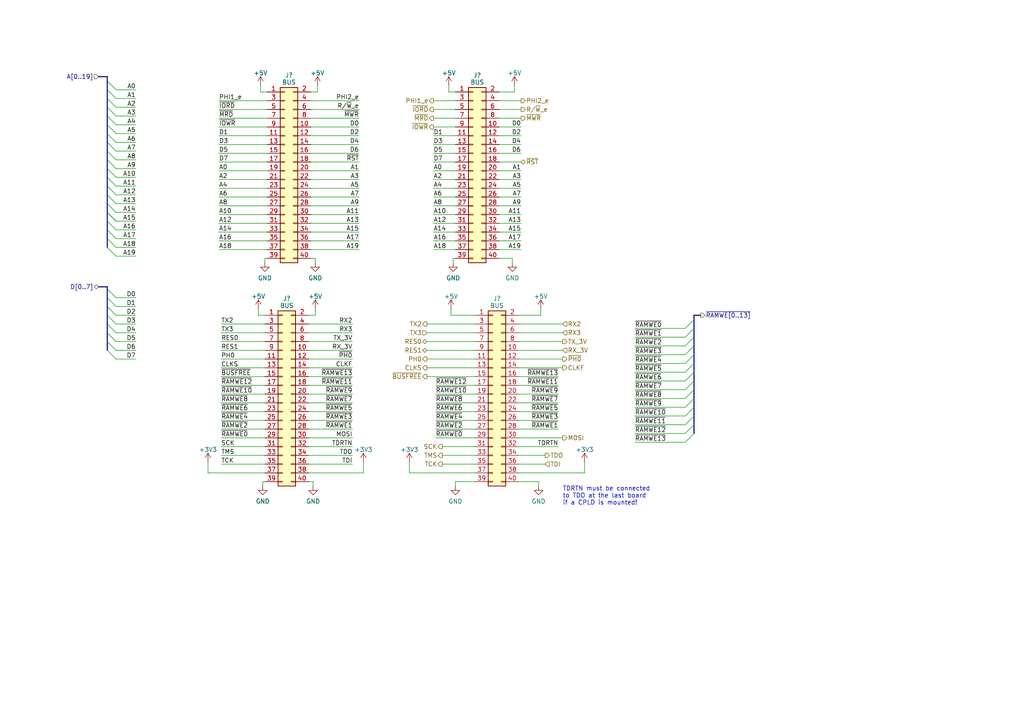
<source format=kicad_sch>
(kicad_sch (version 20230121) (generator eeschema)
  (paper "A4")
  (title_block (title "Unicomp v2 - RAMROM Board") (date "2023-07-06") (rev "v1") (company "100% Offner") (comment 1 "v1: Initial"))
  (lib_symbols
    (symbol "Connector_Generic:Conn_02x20_Odd_Even" (pin_names (offset 1.016) hide)
      (property "Reference" "J" (at 1.27 25.4 0))
      (property "Value" "Conn_02x20_Odd_Even" (at 1.27 -27.94 0))
      (symbol "Conn_02x20_Odd_Even_1_1"
        (rectangle (start -1.27 -25.273) (end 0 -25.527) (stroke (width 0.1524)))
        (rectangle (start -1.27 -22.733) (end 0 -22.987) (stroke (width 0.1524)))
        (rectangle (start -1.27 -20.193) (end 0 -20.447) (stroke (width 0.1524)))
        (rectangle (start -1.27 -17.653) (end 0 -17.907) (stroke (width 0.1524)))
        (rectangle (start -1.27 -15.113) (end 0 -15.367) (stroke (width 0.1524)))
        (rectangle (start -1.27 -12.573) (end 0 -12.827) (stroke (width 0.1524)))
        (rectangle (start -1.27 -10.033) (end 0 -10.287) (stroke (width 0.1524)))
        (rectangle (start -1.27 -7.493) (end 0 -7.747) (stroke (width 0.1524)))
        (rectangle (start -1.27 -4.953) (end 0 -5.207) (stroke (width 0.1524)))
        (rectangle (start -1.27 -2.413) (end 0 -2.667) (stroke (width 0.1524)))
        (rectangle (start -1.27 0.127) (end 0 -0.127) (stroke (width 0.1524)))
        (rectangle (start -1.27 2.667) (end 0 2.413) (stroke (width 0.1524)))
        (rectangle (start -1.27 5.207) (end 0 4.953) (stroke (width 0.1524)))
        (rectangle (start -1.27 7.747) (end 0 7.493) (stroke (width 0.1524)))
        (rectangle (start -1.27 10.287) (end 0 10.033) (stroke (width 0.1524)))
        (rectangle (start -1.27 12.827) (end 0 12.573) (stroke (width 0.1524)))
        (rectangle (start -1.27 15.367) (end 0 15.113) (stroke (width 0.1524)))
        (rectangle (start -1.27 17.907) (end 0 17.653) (stroke (width 0.1524)))
        (rectangle (start -1.27 20.447) (end 0 20.193) (stroke (width 0.1524)))
        (rectangle (start -1.27 22.987) (end 0 22.733) (stroke (width 0.1524)))
        (rectangle (start -1.27 24.13) (end 3.81 -26.67) (stroke (width 0.254)) (fill (type background)))
        (rectangle (start 3.81 -25.273) (end 2.54 -25.527) (stroke (width 0.1524)))
        (rectangle (start 3.81 -22.733) (end 2.54 -22.987) (stroke (width 0.1524)))
        (rectangle (start 3.81 -20.193) (end 2.54 -20.447) (stroke (width 0.1524)))
        (rectangle (start 3.81 -17.653) (end 2.54 -17.907) (stroke (width 0.1524)))
        (rectangle (start 3.81 -15.113) (end 2.54 -15.367) (stroke (width 0.1524)))
        (rectangle (start 3.81 -12.573) (end 2.54 -12.827) (stroke (width 0.1524)))
        (rectangle (start 3.81 -10.033) (end 2.54 -10.287) (stroke (width 0.1524)))
        (rectangle (start 3.81 -7.493) (end 2.54 -7.747) (stroke (width 0.1524)))
        (rectangle (start 3.81 -4.953) (end 2.54 -5.207) (stroke (width 0.1524)))
        (rectangle (start 3.81 -2.413) (end 2.54 -2.667) (stroke (width 0.1524)))
        (rectangle (start 3.81 0.127) (end 2.54 -0.127) (stroke (width 0.1524)))
        (rectangle (start 3.81 2.667) (end 2.54 2.413) (stroke (width 0.1524)))
        (rectangle (start 3.81 5.207) (end 2.54 4.953) (stroke (width 0.1524)))
        (rectangle (start 3.81 7.747) (end 2.54 7.493) (stroke (width 0.1524)))
        (rectangle (start 3.81 10.287) (end 2.54 10.033) (stroke (width 0.1524)))
        (rectangle (start 3.81 12.827) (end 2.54 12.573) (stroke (width 0.1524)))
        (rectangle (start 3.81 15.367) (end 2.54 15.113) (stroke (width 0.1524)))
        (rectangle (start 3.81 17.907) (end 2.54 17.653) (stroke (width 0.1524)))
        (rectangle (start 3.81 20.447) (end 2.54 20.193) (stroke (width 0.1524)))
        (rectangle (start 3.81 22.987) (end 2.54 22.733) (stroke (width 0.1524)))
        (pin passive line (at -5.08 22.86 0) (length 3.81) (name "Pin_1") (number "1"))
        (pin passive line (at 7.62 12.7 180) (length 3.81) (name "Pin_10") (number "10"))
        (pin passive line (at -5.08 10.16 0) (length 3.81) (name "Pin_11") (number "11"))
        (pin passive line (at 7.62 10.16 180) (length 3.81) (name "Pin_12") (number "12"))
        (pin passive line (at -5.08 7.62 0) (length 3.81) (name "Pin_13") (number "13"))
        (pin passive line (at 7.62 7.62 180) (length 3.81) (name "Pin_14") (number "14"))
        (pin passive line (at -5.08 5.08 0) (length 3.81) (name "Pin_15") (number "15"))
        (pin passive line (at 7.62 5.08 180) (length 3.81) (name "Pin_16") (number "16"))
        (pin passive line (at -5.08 2.54 0) (length 3.81) (name "Pin_17") (number "17"))
        (pin passive line (at 7.62 2.54 180) (length 3.81) (name "Pin_18") (number "18"))
        (pin passive line (at -5.08 0 0) (length 3.81) (name "Pin_19") (number "19"))
        (pin passive line (at 7.62 22.86 180) (length 3.81) (name "Pin_2") (number "2"))
        (pin passive line (at 7.62 0 180) (length 3.81) (name "Pin_20") (number "20"))
        (pin passive line (at -5.08 -2.54 0) (length 3.81) (name "Pin_21") (number "21"))
        (pin passive line (at 7.62 -2.54 180) (length 3.81) (name "Pin_22") (number "22"))
        (pin passive line (at -5.08 -5.08 0) (length 3.81) (name "Pin_23") (number "23"))
        (pin passive line (at 7.62 -5.08 180) (length 3.81) (name "Pin_24") (number "24"))
        (pin passive line (at -5.08 -7.62 0) (length 3.81) (name "Pin_25") (number "25"))
        (pin passive line (at 7.62 -7.62 180) (length 3.81) (name "Pin_26") (number "26"))
        (pin passive line (at -5.08 -10.16 0) (length 3.81) (name "Pin_27") (number "27"))
        (pin passive line (at 7.62 -10.16 180) (length 3.81) (name "Pin_28") (number "28"))
        (pin passive line (at -5.08 -12.7 0) (length 3.81) (name "Pin_29") (number "29"))
        (pin passive line (at -5.08 20.32 0) (length 3.81) (name "Pin_3") (number "3"))
        (pin passive line (at 7.62 -12.7 180) (length 3.81) (name "Pin_30") (number "30"))
        (pin passive line (at -5.08 -15.24 0) (length 3.81) (name "Pin_31") (number "31"))
        (pin passive line (at 7.62 -15.24 180) (length 3.81) (name "Pin_32") (number "32"))
        (pin passive line (at -5.08 -17.78 0) (length 3.81) (name "Pin_33") (number "33"))
        (pin passive line (at 7.62 -17.78 180) (length 3.81) (name "Pin_34") (number "34"))
        (pin passive line (at -5.08 -20.32 0) (length 3.81) (name "Pin_35") (number "35"))
        (pin passive line (at 7.62 -20.32 180) (length 3.81) (name "Pin_36") (number "36"))
        (pin passive line (at -5.08 -22.86 0) (length 3.81) (name "Pin_37") (number "37"))
        (pin passive line (at 7.62 -22.86 180) (length 3.81) (name "Pin_38") (number "38"))
        (pin passive line (at -5.08 -25.4 0) (length 3.81) (name "Pin_39") (number "39"))
        (pin passive line (at 7.62 20.32 180) (length 3.81) (name "Pin_4") (number "4"))
        (pin passive line (at 7.62 -25.4 180) (length 3.81) (name "Pin_40") (number "40"))
        (pin passive line (at -5.08 17.78 0) (length 3.81) (name "Pin_5") (number "5"))
        (pin passive line (at 7.62 17.78 180) (length 3.81) (name "Pin_6") (number "6"))
        (pin passive line (at -5.08 15.24 0) (length 3.81) (name "Pin_7") (number "7"))
        (pin passive line (at 7.62 15.24 180) (length 3.81) (name "Pin_8") (number "8"))
        (pin passive line (at -5.08 12.7 0) (length 3.81) (name "Pin_9") (number "9"))
      )
    )
    (symbol "power:+3V3" (power) (pin_names (offset 0))
      (property "Value" "+3V3" (at 0 3.556 0))
      (symbol "+3V3_0_1"
        (polyline (pts (xy -0.762 1.27) (xy 0 2.54)))
        (polyline (pts (xy 0 0) (xy 0 2.54)))
        (polyline (pts (xy 0 2.54) (xy 0.762 1.27)))
      )
      (symbol "+3V3_1_1"
        (pin power_in line (at 0 0 90) (length 0) hide (name "+3V3") (number "1"))
      )
    )
    (symbol "power:+5V" (power) (pin_names (offset 0))
      (property "Value" "+5V" (at 0 3.556 0))
      (symbol "+5V_0_1"
        (polyline (pts (xy -0.762 1.27) (xy 0 2.54)))
        (polyline (pts (xy 0 0) (xy 0 2.54)))
        (polyline (pts (xy 0 2.54) (xy 0.762 1.27)))
      )
      (symbol "+5V_1_1"
        (pin power_in line (at 0 0 90) (length 0) hide (name "+5V") (number "1"))
      )
    )
    (symbol "power:GND" (power) (pin_names (offset 0))
      (property "Value" "GND" (at 0 -3.81 0))
      (symbol "GND_0_1"
        (polyline (pts (xy 0 0) (xy 0 -1.27) (xy 1.27 -1.27) (xy 0 -2.54) (xy -1.27 -1.27) (xy 0 -1.27)))
      )
      (symbol "GND_1_1"
        (pin power_in line (at 0 0 270) (length 0) hide (name "GND") (number "1"))
      )
    )
  )
  (bus_entry (at 201.295 105.41) (size -2.54 2.54))
  (bus_entry (at 201.295 102.87) (size -2.54 2.54))
  (bus_entry (at 31.115 56.515) (size 2.54 2.54))
  (bus_entry (at 31.115 48.895) (size 2.54 2.54))
  (bus_entry (at 31.115 33.655) (size 2.54 2.54))
  (bus_entry (at 31.115 61.595) (size 2.54 2.54))
  (bus_entry (at 31.115 71.755) (size 2.54 2.54))
  (bus_entry (at 201.295 110.49) (size -2.54 2.54))
  (bus_entry (at 31.115 91.44) (size 2.54 2.54))
  (bus_entry (at 31.115 83.82) (size 2.54 2.54))
  (bus_entry (at 31.115 99.06) (size 2.54 2.54))
  (bus_entry (at 201.295 125.73) (size -2.54 2.54))
  (bus_entry (at 201.295 113.03) (size -2.54 2.54))
  (bus_entry (at 31.115 36.195) (size 2.54 2.54))
  (bus_entry (at 31.115 23.495) (size 2.54 2.54))
  (bus_entry (at 201.295 120.65) (size -2.54 2.54))
  (bus_entry (at 31.115 66.675) (size 2.54 2.54))
  (bus_entry (at 31.115 53.975) (size 2.54 2.54))
  (bus_entry (at 31.115 43.815) (size 2.54 2.54))
  (bus_entry (at 201.295 107.95) (size -2.54 2.54))
  (bus_entry (at 31.115 86.36) (size 2.54 2.54))
  (bus_entry (at 31.115 41.275) (size 2.54 2.54))
  (bus_entry (at 31.115 46.355) (size 2.54 2.54))
  (bus_entry (at 31.115 38.735) (size 2.54 2.54))
  (bus_entry (at 201.295 118.11) (size -2.54 2.54))
  (bus_entry (at 31.115 31.115) (size 2.54 2.54))
  (bus_entry (at 31.115 28.575) (size 2.54 2.54))
  (bus_entry (at 201.295 123.19) (size -2.54 2.54))
  (bus_entry (at 201.295 100.33) (size -2.54 2.54))
  (bus_entry (at 31.115 96.52) (size 2.54 2.54))
  (bus_entry (at 201.295 115.57) (size -2.54 2.54))
  (bus_entry (at 31.115 26.035) (size 2.54 2.54))
  (bus_entry (at 31.115 88.9) (size 2.54 2.54))
  (bus_entry (at 31.115 51.435) (size 2.54 2.54))
  (bus_entry (at 201.295 97.79) (size -2.54 2.54))
  (bus_entry (at 201.295 95.25) (size -2.54 2.54))
  (bus_entry (at 31.115 61.595) (size 2.54 2.54))
  (bus_entry (at 31.115 69.215) (size 2.54 2.54))
  (bus_entry (at 31.115 59.055) (size 2.54 2.54))
  (bus_entry (at 201.295 92.71) (size -2.54 2.54))
  (bus_entry (at 31.115 93.98) (size 2.54 2.54))
  (bus_entry (at 31.115 64.135) (size 2.54 2.54))
  (bus_entry (at 31.115 101.6) (size 2.54 2.54))
  (wire (pts (xy 39.37 91.44) (xy 33.655 91.44)))
  (wire (pts (xy 125.73 41.91) (xy 132.08 41.91)))
  (bus (pts (xy 31.115 91.44) (xy 31.115 88.9)))
  (bus (pts (xy 31.115 31.115) (xy 31.115 28.575)))
  (wire (pts (xy 91.44 74.93) (xy 90.17 74.93)))
  (wire (pts (xy 184.15 105.41) (xy 198.755 105.41)))
  (bus (pts (xy 201.295 102.87) (xy 201.295 105.41)))
  (wire (pts (xy 150.495 116.84) (xy 161.925 116.84)))
  (wire (pts (xy 125.73 44.45) (xy 132.08 44.45)))
  (wire (pts (xy 63.5 29.21) (xy 77.47 29.21)))
  (wire (pts (xy 144.78 57.15) (xy 151.13 57.15)))
  (wire (pts (xy 91.44 89.535) (xy 91.44 91.44)))
  (wire (pts (xy 156.21 139.7) (xy 150.495 139.7)))
  (wire (pts (xy 39.37 104.14) (xy 33.655 104.14)))
  (wire (pts (xy 89.535 99.06) (xy 102.235 99.06)))
  (wire (pts (xy 169.545 133.985) (xy 169.545 137.16)))
  (wire (pts (xy 125.73 39.37) (xy 132.08 39.37)))
  (wire (pts (xy 63.5 64.77) (xy 77.47 64.77)))
  (wire (pts (xy 130.81 89.535) (xy 130.81 91.44)))
  (wire (pts (xy 64.135 134.62) (xy 76.835 134.62)))
  (wire (pts (xy 144.78 64.77) (xy 151.13 64.77)))
  (wire (pts (xy 144.78 69.85) (xy 151.13 69.85)))
  (wire (pts (xy 64.135 121.92) (xy 76.835 121.92)))
  (wire (pts (xy 150.495 129.54) (xy 161.925 129.54)))
  (wire (pts (xy 131.445 74.93) (xy 132.08 74.93)))
  (wire (pts (xy 126.365 111.76) (xy 137.795 111.76)))
  (wire (pts (xy 90.17 64.77) (xy 104.14 64.77)))
  (wire (pts (xy 149.225 26.67) (xy 144.78 26.67)))
  (wire (pts (xy 39.37 69.215) (xy 33.655 69.215)))
  (wire (pts (xy 91.44 76.2) (xy 91.44 74.93)))
  (wire (pts (xy 150.495 99.06) (xy 163.195 99.06)))
  (wire (pts (xy 90.17 59.69) (xy 104.14 59.69)))
  (wire (pts (xy 126.365 127) (xy 137.795 127)))
  (wire (pts (xy 184.15 97.79) (xy 198.755 97.79)))
  (wire (pts (xy 130.81 91.44) (xy 137.795 91.44)))
  (bus (pts (xy 201.295 91.44) (xy 201.295 92.71)))
  (wire (pts (xy 63.5 36.83) (xy 77.47 36.83)))
  (wire (pts (xy 63.5 39.37) (xy 77.47 39.37)))
  (wire (pts (xy 184.15 102.87) (xy 198.755 102.87)))
  (wire (pts (xy 89.535 116.84) (xy 102.235 116.84)))
  (wire (pts (xy 156.845 89.535) (xy 156.845 91.44)))
  (wire (pts (xy 125.73 69.85) (xy 132.08 69.85)))
  (wire (pts (xy 60.325 137.16) (xy 76.835 137.16)))
  (bus (pts (xy 201.295 95.25) (xy 201.295 97.79)))
  (wire (pts (xy 148.59 76.2) (xy 148.59 74.93)))
  (wire (pts (xy 150.495 127) (xy 163.195 127)))
  (bus (pts (xy 31.115 99.06) (xy 31.115 96.52)))
  (bus (pts (xy 31.115 88.9) (xy 31.115 86.36)))
  (wire (pts (xy 125.73 46.99) (xy 132.08 46.99)))
  (wire (pts (xy 75.565 24.765) (xy 75.565 26.67)))
  (wire (pts (xy 125.73 31.75) (xy 132.08 31.75)))
  (wire (pts (xy 39.37 36.195) (xy 33.655 36.195)))
  (wire (pts (xy 39.37 56.515) (xy 33.655 56.515)))
  (wire (pts (xy 74.93 91.44) (xy 76.835 91.44)))
  (bus (pts (xy 31.115 64.135) (xy 31.115 61.595)))
  (wire (pts (xy 39.37 61.595) (xy 33.655 61.595)))
  (wire (pts (xy 64.135 99.06) (xy 76.835 99.06)))
  (wire (pts (xy 149.225 24.765) (xy 149.225 26.67)))
  (wire (pts (xy 125.73 57.15) (xy 132.08 57.15)))
  (wire (pts (xy 39.37 51.435) (xy 33.655 51.435)))
  (wire (pts (xy 90.17 36.83) (xy 104.14 36.83)))
  (bus (pts (xy 201.295 123.19) (xy 201.295 125.73)))
  (wire (pts (xy 76.835 74.93) (xy 77.47 74.93)))
  (wire (pts (xy 39.37 48.895) (xy 33.655 48.895)))
  (bus (pts (xy 31.115 43.815) (xy 31.115 41.275)))
  (wire (pts (xy 92.075 24.765) (xy 92.075 26.67)))
  (wire (pts (xy 90.17 31.75) (xy 104.14 31.75)))
  (wire (pts (xy 64.135 124.46) (xy 76.835 124.46)))
  (bus (pts (xy 31.115 86.36) (xy 31.115 83.82)))
  (wire (pts (xy 64.135 106.68) (xy 76.835 106.68)))
  (wire (pts (xy 39.37 88.9) (xy 33.655 88.9)))
  (wire (pts (xy 64.135 101.6) (xy 76.835 101.6)))
  (wire (pts (xy 64.135 114.3) (xy 76.835 114.3)))
  (bus (pts (xy 31.115 69.215) (xy 31.115 66.675)))
  (wire (pts (xy 39.37 46.355) (xy 33.655 46.355)))
  (wire (pts (xy 125.73 59.69) (xy 132.08 59.69)))
  (wire (pts (xy 39.37 96.52) (xy 33.655 96.52)))
  (wire (pts (xy 64.135 129.54) (xy 76.835 129.54)))
  (wire (pts (xy 39.37 38.735) (xy 33.655 38.735)))
  (wire (pts (xy 125.73 36.83) (xy 132.08 36.83)))
  (wire (pts (xy 125.73 52.07) (xy 132.08 52.07)))
  (wire (pts (xy 39.37 33.655) (xy 33.655 33.655)))
  (wire (pts (xy 63.5 31.75) (xy 77.47 31.75)))
  (wire (pts (xy 126.365 116.84) (xy 137.795 116.84)))
  (wire (pts (xy 150.495 124.46) (xy 161.925 124.46)))
  (wire (pts (xy 184.15 123.19) (xy 198.755 123.19)))
  (wire (pts (xy 130.175 26.67) (xy 132.08 26.67)))
  (wire (pts (xy 150.495 101.6) (xy 163.195 101.6)))
  (bus (pts (xy 201.295 107.95) (xy 201.295 110.49)))
  (wire (pts (xy 184.15 107.95) (xy 198.755 107.95)))
  (bus (pts (xy 31.115 38.735) (xy 31.115 36.195)))
  (wire (pts (xy 63.5 52.07) (xy 77.47 52.07)))
  (wire (pts (xy 89.535 134.62) (xy 102.235 134.62)))
  (bus (pts (xy 31.115 93.98) (xy 31.115 91.44)))
  (wire (pts (xy 39.37 43.815) (xy 33.655 43.815)))
  (wire (pts (xy 156.845 91.44) (xy 150.495 91.44)))
  (wire (pts (xy 126.365 114.3) (xy 137.795 114.3)))
  (wire (pts (xy 123.825 106.68) (xy 137.795 106.68)))
  (wire (pts (xy 76.835 76.2) (xy 76.835 74.93)))
  (wire (pts (xy 63.5 72.39) (xy 77.47 72.39)))
  (wire (pts (xy 150.495 109.22) (xy 161.925 109.22)))
  (wire (pts (xy 90.17 69.85) (xy 104.14 69.85)))
  (wire (pts (xy 184.15 100.33) (xy 198.755 100.33)))
  (wire (pts (xy 63.5 62.23) (xy 77.47 62.23)))
  (wire (pts (xy 126.365 119.38) (xy 137.795 119.38)))
  (wire (pts (xy 63.5 59.69) (xy 77.47 59.69)))
  (wire (pts (xy 128.27 132.08) (xy 137.795 132.08)))
  (wire (pts (xy 90.17 57.15) (xy 104.14 57.15)))
  (wire (pts (xy 91.44 91.44) (xy 89.535 91.44)))
  (wire (pts (xy 125.73 62.23) (xy 132.08 62.23)))
  (bus (pts (xy 31.115 51.435) (xy 31.115 48.895)))
  (bus (pts (xy 31.115 53.975) (xy 31.115 51.435)))
  (wire (pts (xy 39.37 64.135) (xy 33.655 64.135)))
  (bus (pts (xy 203.2 91.44) (xy 201.295 91.44)))
  (wire (pts (xy 184.15 95.25) (xy 198.755 95.25)))
  (wire (pts (xy 144.78 62.23) (xy 151.13 62.23)))
  (wire (pts (xy 125.73 34.29) (xy 132.08 34.29)))
  (bus (pts (xy 31.115 71.755) (xy 31.115 69.215)))
  (wire (pts (xy 144.78 67.31) (xy 151.13 67.31)))
  (wire (pts (xy 150.495 132.08) (xy 158.115 132.08)))
  (wire (pts (xy 118.745 137.16) (xy 137.795 137.16)))
  (wire (pts (xy 150.495 96.52) (xy 163.195 96.52)))
  (wire (pts (xy 63.5 54.61) (xy 77.47 54.61)))
  (bus (pts (xy 31.115 48.895) (xy 31.115 46.355)))
  (wire (pts (xy 76.2 140.97) (xy 76.2 139.7)))
  (wire (pts (xy 156.21 140.97) (xy 156.21 139.7)))
  (wire (pts (xy 39.37 99.06) (xy 33.655 99.06)))
  (wire (pts (xy 90.805 140.97) (xy 90.805 139.7)))
  (bus (pts (xy 31.115 28.575) (xy 31.115 26.035)))
  (wire (pts (xy 125.73 67.31) (xy 132.08 67.31)))
  (wire (pts (xy 144.78 49.53) (xy 151.13 49.53)))
  (wire (pts (xy 39.37 86.36) (xy 33.655 86.36)))
  (bus (pts (xy 31.115 83.185) (xy 28.575 83.185)))
  (wire (pts (xy 126.365 121.92) (xy 137.795 121.92)))
  (wire (pts (xy 63.5 34.29) (xy 77.47 34.29)))
  (wire (pts (xy 144.78 34.29) (xy 151.13 34.29)))
  (wire (pts (xy 128.27 134.62) (xy 137.795 134.62)))
  (wire (pts (xy 184.15 118.11) (xy 198.755 118.11)))
  (wire (pts (xy 63.5 46.99) (xy 77.47 46.99)))
  (wire (pts (xy 89.535 106.68) (xy 102.235 106.68)))
  (wire (pts (xy 144.78 29.21) (xy 151.13 29.21)))
  (wire (pts (xy 75.565 26.67) (xy 77.47 26.67)))
  (wire (pts (xy 89.535 114.3) (xy 102.235 114.3)))
  (wire (pts (xy 184.15 125.73) (xy 198.755 125.73)))
  (wire (pts (xy 131.445 76.2) (xy 131.445 74.93)))
  (wire (pts (xy 125.73 72.39) (xy 132.08 72.39)))
  (wire (pts (xy 74.93 89.535) (xy 74.93 91.44)))
  (wire (pts (xy 64.135 109.22) (xy 76.835 109.22)))
  (wire (pts (xy 39.37 74.295) (xy 33.655 74.295)))
  (wire (pts (xy 89.535 104.14) (xy 102.235 104.14)))
  (wire (pts (xy 184.15 128.27) (xy 198.755 128.27)))
  (wire (pts (xy 90.17 44.45) (xy 104.14 44.45)))
  (bus (pts (xy 201.295 118.11) (xy 201.295 120.65)))
  (wire (pts (xy 64.135 111.76) (xy 76.835 111.76)))
  (wire (pts (xy 144.78 54.61) (xy 151.13 54.61)))
  (bus (pts (xy 201.295 110.49) (xy 201.295 113.03)))
  (wire (pts (xy 123.825 101.6) (xy 137.795 101.6)))
  (bus (pts (xy 31.115 56.515) (xy 31.115 53.975)))
  (bus (pts (xy 201.295 100.33) (xy 201.295 102.87)))
  (wire (pts (xy 150.495 93.98) (xy 163.195 93.98)))
  (wire (pts (xy 63.5 69.85) (xy 77.47 69.85)))
  (wire (pts (xy 64.135 93.98) (xy 76.835 93.98)))
  (wire (pts (xy 39.37 31.115) (xy 33.655 31.115)))
  (wire (pts (xy 90.17 62.23) (xy 104.14 62.23)))
  (wire (pts (xy 123.825 96.52) (xy 137.795 96.52)))
  (wire (pts (xy 126.365 124.46) (xy 137.795 124.46)))
  (wire (pts (xy 90.17 49.53) (xy 104.14 49.53)))
  (bus (pts (xy 31.115 46.355) (xy 31.115 43.815)))
  (wire (pts (xy 64.135 96.52) (xy 76.835 96.52)))
  (wire (pts (xy 123.825 104.14) (xy 137.795 104.14)))
  (wire (pts (xy 89.535 127) (xy 102.235 127)))
  (wire (pts (xy 92.075 26.67) (xy 90.17 26.67)))
  (wire (pts (xy 76.2 139.7) (xy 76.835 139.7)))
  (wire (pts (xy 123.825 99.06) (xy 137.795 99.06)))
  (wire (pts (xy 144.78 44.45) (xy 151.13 44.45)))
  (wire (pts (xy 144.78 59.69) (xy 151.13 59.69)))
  (wire (pts (xy 125.73 54.61) (xy 132.08 54.61)))
  (wire (pts (xy 128.27 129.54) (xy 137.795 129.54)))
  (wire (pts (xy 63.5 67.31) (xy 77.47 67.31)))
  (wire (pts (xy 184.15 113.03) (xy 198.755 113.03)))
  (wire (pts (xy 89.535 119.38) (xy 102.235 119.38)))
  (wire (pts (xy 63.5 41.91) (xy 77.47 41.91)))
  (wire (pts (xy 39.37 59.055) (xy 33.655 59.055)))
  (wire (pts (xy 63.5 44.45) (xy 77.47 44.45)))
  (wire (pts (xy 60.325 133.985) (xy 60.325 137.16)))
  (wire (pts (xy 150.495 119.38) (xy 161.925 119.38)))
  (wire (pts (xy 64.135 116.84) (xy 76.835 116.84)))
  (wire (pts (xy 89.535 129.54) (xy 102.235 129.54)))
  (wire (pts (xy 39.37 93.98) (xy 33.655 93.98)))
  (wire (pts (xy 64.135 127) (xy 76.835 127)))
  (wire (pts (xy 39.37 101.6) (xy 33.655 101.6)))
  (wire (pts (xy 64.135 119.38) (xy 76.835 119.38)))
  (wire (pts (xy 144.78 31.75) (xy 151.13 31.75)))
  (bus (pts (xy 201.295 113.03) (xy 201.295 115.57)))
  (bus (pts (xy 31.115 36.195) (xy 31.115 33.655)))
  (wire (pts (xy 150.495 111.76) (xy 161.925 111.76)))
  (wire (pts (xy 90.17 41.91) (xy 104.14 41.91)))
  (wire (pts (xy 150.495 137.16) (xy 169.545 137.16)))
  (wire (pts (xy 63.5 57.15) (xy 77.47 57.15)))
  (wire (pts (xy 148.59 74.93) (xy 144.78 74.93)))
  (wire (pts (xy 90.17 39.37) (xy 104.14 39.37)))
  (wire (pts (xy 118.745 133.985) (xy 118.745 137.16)))
  (wire (pts (xy 90.17 34.29) (xy 104.14 34.29)))
  (wire (pts (xy 39.37 41.275) (xy 33.655 41.275)))
  (wire (pts (xy 132.08 139.7) (xy 137.795 139.7)))
  (wire (pts (xy 125.73 64.77) (xy 132.08 64.77)))
  (wire (pts (xy 39.37 28.575) (xy 33.655 28.575)))
  (wire (pts (xy 89.535 93.98) (xy 102.235 93.98)))
  (wire (pts (xy 144.78 41.91) (xy 151.13 41.91)))
  (wire (pts (xy 144.78 46.99) (xy 151.13 46.99)))
  (bus (pts (xy 201.295 92.71) (xy 201.295 95.25)))
  (bus (pts (xy 31.115 59.055) (xy 31.115 56.515)))
  (wire (pts (xy 89.535 101.6) (xy 102.235 101.6)))
  (wire (pts (xy 89.535 124.46) (xy 102.235 124.46)))
  (bus (pts (xy 31.115 41.275) (xy 31.115 38.735)))
  (wire (pts (xy 89.535 109.22) (xy 102.235 109.22)))
  (wire (pts (xy 150.495 104.14) (xy 163.195 104.14)))
  (wire (pts (xy 125.73 29.21) (xy 132.08 29.21)))
  (wire (pts (xy 184.15 110.49) (xy 198.755 110.49)))
  (bus (pts (xy 31.115 26.035) (xy 31.115 23.495)))
  (wire (pts (xy 184.15 120.65) (xy 198.755 120.65)))
  (wire (pts (xy 64.135 132.08) (xy 76.835 132.08)))
  (bus (pts (xy 31.115 61.595) (xy 31.115 59.055)))
  (wire (pts (xy 39.37 71.755) (xy 33.655 71.755)))
  (wire (pts (xy 89.535 111.76) (xy 102.235 111.76)))
  (wire (pts (xy 39.37 66.675) (xy 33.655 66.675)))
  (bus (pts (xy 31.115 23.495) (xy 31.115 22.225)))
  (wire (pts (xy 130.175 24.765) (xy 130.175 26.67)))
  (wire (pts (xy 89.535 121.92) (xy 102.235 121.92)))
  (wire (pts (xy 89.535 137.16) (xy 105.41 137.16)))
  (bus (pts (xy 31.115 96.52) (xy 31.115 93.98)))
  (wire (pts (xy 90.17 67.31) (xy 104.14 67.31)))
  (wire (pts (xy 63.5 49.53) (xy 77.47 49.53)))
  (wire (pts (xy 90.17 29.21) (xy 104.14 29.21)))
  (bus (pts (xy 201.295 115.57) (xy 201.295 118.11)))
  (wire (pts (xy 90.17 52.07) (xy 104.14 52.07)))
  (wire (pts (xy 90.17 54.61) (xy 104.14 54.61)))
  (wire (pts (xy 125.73 49.53) (xy 132.08 49.53)))
  (wire (pts (xy 39.37 26.035) (xy 33.655 26.035)))
  (bus (pts (xy 31.115 83.82) (xy 31.115 83.185)))
  (wire (pts (xy 144.78 72.39) (xy 151.13 72.39)))
  (bus (pts (xy 31.115 101.6) (xy 31.115 99.06)))
  (wire (pts (xy 90.17 72.39) (xy 104.14 72.39)))
  (wire (pts (xy 150.495 121.92) (xy 161.925 121.92)))
  (wire (pts (xy 150.495 134.62) (xy 158.115 134.62)))
  (wire (pts (xy 150.495 114.3) (xy 161.925 114.3)))
  (bus (pts (xy 31.115 66.675) (xy 31.115 64.135)))
  (wire (pts (xy 144.78 39.37) (xy 151.13 39.37)))
  (wire (pts (xy 144.78 52.07) (xy 151.13 52.07)))
  (wire (pts (xy 89.535 132.08) (xy 102.235 132.08)))
  (wire (pts (xy 123.825 109.22) (xy 137.795 109.22)))
  (wire (pts (xy 105.41 133.985) (xy 105.41 137.16)))
  (wire (pts (xy 90.805 139.7) (xy 89.535 139.7)))
  (wire (pts (xy 184.15 115.57) (xy 198.755 115.57)))
  (wire (pts (xy 150.495 106.68) (xy 163.195 106.68)))
  (wire (pts (xy 90.17 46.99) (xy 104.14 46.99)))
  (bus (pts (xy 31.115 22.225) (xy 28.575 22.225)))
  (wire (pts (xy 144.78 36.83) (xy 151.13 36.83)))
  (bus (pts (xy 201.295 120.65) (xy 201.295 123.19)))
  (wire (pts (xy 132.08 140.97) (xy 132.08 139.7)))
  (wire (pts (xy 89.535 96.52) (xy 102.235 96.52)))
  (bus (pts (xy 201.295 97.79) (xy 201.295 100.33)))
  (wire (pts (xy 39.37 53.975) (xy 33.655 53.975)))
  (bus (pts (xy 201.295 105.41) (xy 201.295 107.95)))
  (wire (pts (xy 123.825 93.98) (xy 137.795 93.98)))
  (bus (pts (xy 31.115 33.655) (xy 31.115 31.115)))
  (wire (pts (xy 64.135 104.14) (xy 76.835 104.14)))
  (text "TDRTN must be connected \nto TDO at the last board\nif a CPLD is mounted!" (at 163.195 146.685 0) (effects (font (size 1.27 1.27)) (justify left bottom)))
  (label "D7" (at 63.5 46.99 0))
  (label "~{RAMWE8}" (at 64.135 116.84 0))
  (label "~{RAMWE1}" (at 102.235 124.46 180))
  (label "TDI" (at 102.235 134.62 180))
  (label "~{RAMWE7}" (at 184.15 113.03 0))
  (label "A19" (at 151.13 72.39 180))
  (label "~{RAMWE13}" (at 184.15 128.27 0))
  (label "~{RAMWE6}" (at 64.135 119.38 0))
  (label "A15" (at 151.13 67.31 180))
  (label "A0" (at 39.37 26.035 180))
  (label "RES0" (at 64.135 99.06 0))
  (label "A17" (at 39.37 69.215 180))
  (label "A17" (at 104.14 69.85 180))
  (label "A0" (at 63.5 49.53 0))
  (label "~{RAMWE5}" (at 161.925 119.38 180))
  (label "~{RAMWE1}" (at 161.925 124.46 180))
  (label "A6" (at 63.5 57.15 0))
  (label "A18" (at 63.5 72.39 0))
  (label "A7" (at 151.13 57.15 180))
  (label "A17" (at 151.13 69.85 180))
  (label "D7" (at 125.73 46.99 0))
  (label "TCK" (at 64.135 134.62 0))
  (label "~{RAMWE8}" (at 126.365 116.84 0))
  (label "A11" (at 151.13 62.23 180))
  (label "D6" (at 151.13 44.45 180))
  (label "~{RAMWE13}" (at 102.235 109.22 180))
  (label "D2" (at 39.37 91.44 180))
  (label "D7" (at 39.37 104.14 180))
  (label "A13" (at 104.14 64.77 180))
  (label "A0" (at 125.73 49.53 0))
  (label "A16" (at 63.5 69.85 0))
  (label "A5" (at 39.37 38.735 180))
  (label "A15" (at 39.37 64.135 180))
  (label "A9" (at 39.37 48.895 180))
  (label "~{RAMWE4}" (at 64.135 121.92 0))
  (label "A4" (at 125.73 54.61 0))
  (label "~{RAMWE11}" (at 184.15 123.19 0))
  (label "~{RAMWE13}" (at 161.925 109.22 180))
  (label "A5" (at 104.14 54.61 180))
  (label "A12" (at 63.5 64.77 0))
  (label "D2" (at 104.14 39.37 180))
  (label "A8" (at 63.5 59.69 0))
  (label "~{RAMWE5}" (at 102.235 119.38 180))
  (label "RX_3V" (at 102.235 101.6 180))
  (label "D5" (at 39.37 99.06 180))
  (label "A11" (at 39.37 53.975 180))
  (label "CLKF" (at 102.235 106.68 180))
  (label "A2" (at 63.5 52.07 0))
  (label "~{RAMWE3}" (at 184.15 102.87 0))
  (label "~{RAMWE6}" (at 126.365 119.38 0))
  (label "~{RAMWE6}" (at 184.15 110.49 0))
  (label "A5" (at 151.13 54.61 180))
  (label "A11" (at 104.14 62.23 180))
  (label "~{RAMWE0}" (at 126.365 127 0))
  (label "A7" (at 104.14 57.15 180))
  (label "A10" (at 39.37 51.435 180))
  (label "A16" (at 125.73 69.85 0))
  (label "A9" (at 151.13 59.69 180))
  (label "~{RAMWE12}" (at 126.365 111.76 0))
  (label "~{RAMWE0}" (at 64.135 127 0))
  (label "~{IORD}" (at 63.5 31.75 0))
  (label "A3" (at 151.13 52.07 180))
  (label "A2" (at 125.73 52.07 0))
  (label "~{RAMWE7}" (at 102.235 116.84 180))
  (label "TDO" (at 102.235 132.08 180))
  (label "~{RAMWE0}" (at 184.15 95.25 0))
  (label "D0" (at 39.37 86.36 180))
  (label "~{RAMWE3}" (at 102.235 121.92 180))
  (label "A7" (at 39.37 43.815 180))
  (label "~{RAMWE9}" (at 184.15 118.11 0))
  (label "A15" (at 104.14 67.31 180))
  (label "PH0" (at 64.135 104.14 0))
  (label "TX3" (at 64.135 96.52 0))
  (label "~{RAMWE8}" (at 184.15 115.57 0))
  (label "~{MWR}" (at 104.14 34.29 180))
  (label "A19" (at 104.14 72.39 180))
  (label "D3" (at 63.5 41.91 0))
  (label "SCK" (at 64.135 129.54 0))
  (label "D4" (at 151.13 41.91 180))
  (label "A3" (at 39.37 33.655 180))
  (label "D0" (at 151.13 36.83 180))
  (label "A14" (at 63.5 67.31 0))
  (label "A10" (at 125.73 62.23 0))
  (label "~{RST}" (at 104.14 46.99 180))
  (label "D1" (at 125.73 39.37 0))
  (label "D4" (at 104.14 41.91 180))
  (label "A12" (at 39.37 56.515 180))
  (label "~{RAMWE2}" (at 126.365 124.46 0))
  (label "D1" (at 39.37 88.9 180))
  (label "~{RAMWE5}" (at 184.15 107.95 0))
  (label "D5" (at 125.73 44.45 0))
  (label "A8" (at 125.73 59.69 0))
  (label "D3" (at 39.37 93.98 180))
  (label "~{IOWR}" (at 63.5 36.83 0))
  (label "A4" (at 39.37 36.195 180))
  (label "~{RAMWE9}" (at 161.925 114.3 180))
  (label "A10" (at 63.5 62.23 0))
  (label "A14" (at 39.37 61.595 180))
  (label "~{RAMWE10}" (at 126.365 114.3 0))
  (label "D6" (at 104.14 44.45 180))
  (label "~{RAMWE10}" (at 184.15 120.65 0))
  (label "A2" (at 39.37 31.115 180))
  (label "D5" (at 63.5 44.45 0))
  (label "R{slash}~{W}_e" (at 104.14 31.75 180))
  (label "D2" (at 151.13 39.37 180))
  (label "CLKS" (at 64.135 106.68 0))
  (label "PHI2_e" (at 104.14 29.21 180))
  (label "D1" (at 63.5 39.37 0))
  (label "A6" (at 125.73 57.15 0))
  (label "A13" (at 39.37 59.055 180))
  (label "A14" (at 125.73 67.31 0))
  (label "TDRTN" (at 102.235 129.54 180))
  (label "A18" (at 39.37 71.755 180))
  (label "A13" (at 151.13 64.77 180))
  (label "~{RAMWE7}" (at 161.925 116.84 180))
  (label "~{RAMWE2}" (at 184.15 100.33 0))
  (label "~{RAMWE10}" (at 64.135 114.3 0))
  (label "~{RAMWE11}" (at 161.925 111.76 180))
  (label "A1" (at 104.14 49.53 180))
  (label "TDRTN" (at 161.925 129.54 180))
  (label "~{RAMWE11}" (at 102.235 111.76 180))
  (label "TX2" (at 64.135 93.98 0))
  (label "A12" (at 125.73 64.77 0))
  (label "~{RAMWE2}" (at 64.135 124.46 0))
  (label "A3" (at 104.14 52.07 180))
  (label "~{RAMWE12}" (at 64.135 111.76 0))
  (label "~{RAMWE1}" (at 184.15 97.79 0))
  (label "A4" (at 63.5 54.61 0))
  (label "D3" (at 125.73 41.91 0))
  (label "~{RAMWE3}" (at 161.925 121.92 180))
  (label "D6" (at 39.37 101.6 180))
  (label "D4" (at 39.37 96.52 180))
  (label "TX_3V" (at 102.235 99.06 180))
  (label "~{RAMWE12}" (at 184.15 125.73 0))
  (label "RES1" (at 64.135 101.6 0))
  (label "A9" (at 104.14 59.69 180))
  (label "A6" (at 39.37 41.275 180))
  (label "A18" (at 125.73 72.39 0))
  (label "RX2" (at 102.235 93.98 180))
  (label "~{PH0}" (at 102.235 104.14 180))
  (label "~{BUSFREE}" (at 64.135 109.22 0))
  (label "D0" (at 104.14 36.83 180))
  (label "RX3" (at 102.235 96.52 180))
  (label "~{MRD}" (at 63.5 34.29 0))
  (label "TMS" (at 64.135 132.08 0))
  (label "A19" (at 39.37 74.295 180))
  (label "PHI1_e" (at 63.5 29.21 0))
  (label "MOSI" (at 102.235 127 180))
  (label "~{RAMWE4}" (at 184.15 105.41 0))
  (label "A16" (at 39.37 66.675 180))
  (label "A8" (at 39.37 46.355 180))
  (label "A1" (at 39.37 28.575 180))
  (label "~{RAMWE4}" (at 126.365 121.92 0))
  (label "A1" (at 151.13 49.53 180))
  (label "~{RAMWE9}" (at 102.235 114.3 180))
  (hierarchical_label "SCK" (shape output) (at 128.27 129.54 180))
  (hierarchical_label "TCK" (shape output) (at 128.27 134.62 180))
  (hierarchical_label "CLKF" (shape output) (at 163.195 106.68 0))
  (hierarchical_label "D[0..7]" (shape bidirectional) (at 28.575 83.185 180))
  (hierarchical_label "~{IOWR}" (shape output) (at 125.73 36.83 180))
  (hierarchical_label "A[0..19]" (shape input) (at 28.575 22.225 180))
  (hierarchical_label "RES0" (shape bidirectional) (at 123.825 99.06 180))
  (hierarchical_label "~{RAMWE[0..13]}" (shape output) (at 203.2 91.44 0))
  (hierarchical_label "~{RST}" (shape bidirectional) (at 151.13 46.99 0))
  (hierarchical_label "TX3" (shape input) (at 123.825 96.52 180))
  (hierarchical_label "MOSI" (shape output) (at 163.195 127 0))
  (hierarchical_label "RES1" (shape bidirectional) (at 123.825 101.6 180))
  (hierarchical_label "PHI1_e" (shape output) (at 125.73 29.21 180))
  (hierarchical_label "PH0" (shape output) (at 123.825 104.14 180))
  (hierarchical_label "~{BUSFREE}" (shape output) (at 123.825 109.22 180))
  (hierarchical_label "~{IORD}" (shape output) (at 125.73 31.75 180))
  (hierarchical_label "RX_3V" (shape input) (at 163.195 101.6 0))
  (hierarchical_label "~{MRD}" (shape output) (at 125.73 34.29 180))
  (hierarchical_label "~{PH0}" (shape output) (at 163.195 104.14 0))
  (hierarchical_label "~{MWR}" (shape output) (at 151.13 34.29 0))
  (hierarchical_label "CLKS" (shape output) (at 123.825 106.68 180))
  (hierarchical_label "TX2" (shape output) (at 123.825 93.98 180))
  (hierarchical_label "TDO" (shape output) (at 158.115 132.08 0))
  (hierarchical_label "R{slash}~{W}_e" (shape output) (at 151.13 31.75 0))
  (hierarchical_label "TMS" (shape output) (at 128.27 132.08 180))
  (hierarchical_label "TX_3V" (shape output) (at 163.195 99.06 0))
  (hierarchical_label "TDI" (shape input) (at 158.115 134.62 0))
  (hierarchical_label "RX2" (shape input) (at 163.195 93.98 0))
  (hierarchical_label "RX3" (shape input) (at 163.195 96.52 0))
  (hierarchical_label "PHI2_e" (shape output) (at 151.13 29.21 0))
  (symbol (lib_id "Connector_Generic:Conn_02x20_Odd_Even") (at 142.875 114.3 0) (unit 1)
    (property "Reference" "J?" (at 144.145 86.59 0))
    (property "Value" "BUS" (at 144.145 88.638 0))
    (property "Footprint" "Connector_PinSocket_2.54mm:PinSocket_2x20_P2.54mm_Vertical" (effects hide))
    (instances (project "Fill_Memory_Board" (path "" (reference "J?") (unit 1)) (path "" (reference "J4") (unit 1))))
  )
  (symbol (lib_id "power:GND") (at 90.805 140.97 0) (unit 1)
    (property "Reference" "#PWR?" (effects hide))
    (property "Value" "GND" (at 90.805 145.4134 0))
    (instances (project "Fill_Memory_Board" (path "" (reference "#PWR?") (unit 1)) (path "" (reference "#PWR036") (unit 1))))
  )
  (symbol (lib_id "power:GND") (at 76.835 76.2 0) (unit 1)
    (property "Reference" "#PWR?" (effects hide))
    (property "Value" "GND" (at 76.835 80.6434 0))
    (instances (project "Fill_Memory_Board" (path "" (reference "#PWR?") (unit 1)) (path "" (reference "#PWR023") (unit 1))))
  )
  (symbol (lib_id "power:+5V") (at 75.565 24.765 0) (unit 1)
    (property "Reference" "#PWR?" (effects hide))
    (property "Value" "+5V" (at 75.565 21.1892 0))
    (instances (project "Fill_Memory_Board" (path "" (reference "#PWR?") (unit 1)) (path "" (reference "#PWR019") (unit 1))))
  )
  (symbol (lib_id "power:+3V3") (at 169.545 133.985 0) (unit 1)
    (property "Reference" "#PWR?" (effects hide))
    (property "Value" "+3V3" (at 169.545 130.4092 0))
    (instances (project "Fill_Memory_Board" (path "" (reference "#PWR?") (unit 1)) (path "" (reference "#PWR034") (unit 1))))
  )
  (symbol (lib_id "power:+3V3") (at 118.745 133.985 0) (unit 1)
    (property "Reference" "#PWR?" (effects hide))
    (property "Value" "+3V3" (at 118.745 130.4092 0))
    (instances (project "Fill_Memory_Board" (path "" (reference "#PWR?") (unit 1)) (path "" (reference "#PWR033") (unit 1))))
  )
  (symbol (lib_id "power:+3V3") (at 105.41 133.985 0) (unit 1)
    (property "Reference" "#PWR?" (effects hide))
    (property "Value" "+3V3" (at 105.41 130.4092 0))
    (instances (project "Fill_Memory_Board" (path "" (reference "#PWR?") (unit 1)) (path "" (reference "#PWR032") (unit 1))))
  )
  (symbol (lib_id "power:+5V") (at 91.44 89.535 0) (mirror y) (unit 1)
    (property "Reference" "#PWR?" (effects hide))
    (property "Value" "+5V" (at 91.44 85.9592 0))
    (instances (project "Fill_Memory_Board" (path "" (reference "#PWR?") (unit 1)) (path "" (reference "#PWR028") (unit 1))))
  )
  (symbol (lib_id "power:GND") (at 91.44 76.2 0) (unit 1)
    (property "Reference" "#PWR?" (effects hide))
    (property "Value" "GND" (at 91.44 80.6434 0))
    (instances (project "Fill_Memory_Board" (path "" (reference "#PWR?") (unit 1)) (path "" (reference "#PWR024") (unit 1))))
  )
  (symbol (lib_id "power:GND") (at 156.21 140.97 0) (unit 1)
    (property "Reference" "#PWR?" (effects hide))
    (property "Value" "GND" (at 156.21 145.4134 0))
    (instances (project "Fill_Memory_Board" (path "" (reference "#PWR?") (unit 1)) (path "" (reference "#PWR038") (unit 1))))
  )
  (symbol (lib_id "power:+5V") (at 156.845 89.535 0) (mirror y) (unit 1)
    (property "Reference" "#PWR?" (effects hide))
    (property "Value" "+5V" (at 156.845 85.9592 0))
    (instances (project "Fill_Memory_Board" (path "" (reference "#PWR?") (unit 1)) (path "" (reference "#PWR030") (unit 1))))
  )
  (symbol (lib_id "power:+3V3") (at 60.325 133.985 0) (unit 1)
    (property "Reference" "#PWR?" (effects hide))
    (property "Value" "+3V3" (at 60.325 130.4092 0))
    (instances (project "Fill_Memory_Board" (path "" (reference "#PWR?") (unit 1)) (path "" (reference "#PWR031") (unit 1))))
  )
  (symbol (lib_id "power:+5V") (at 130.175 24.765 0) (unit 1)
    (property "Reference" "#PWR?" (effects hide))
    (property "Value" "+5V" (at 130.175 21.1892 0))
    (instances (project "Fill_Memory_Board" (path "" (reference "#PWR?") (unit 1)) (path "" (reference "#PWR021") (unit 1))))
  )
  (symbol (lib_id "Connector_Generic:Conn_02x20_Odd_Even") (at 137.16 49.53 0) (unit 1)
    (property "Reference" "J?" (at 138.43 21.82 0))
    (property "Value" "BUS" (at 138.43 23.868 0))
    (property "Footprint" "Connector_PinSocket_2.54mm:PinSocket_2x20_P2.54mm_Vertical" (effects hide))
    (instances (project "Fill_Memory_Board" (path "" (reference "J?") (unit 1)) (path "" (reference "J3") (unit 1))))
  )
  (symbol (lib_id "power:+5V") (at 74.93 89.535 0) (unit 1)
    (property "Reference" "#PWR?" (effects hide))
    (property "Value" "+5V" (at 74.93 85.9592 0))
    (instances (project "Fill_Memory_Board" (path "" (reference "#PWR?") (unit 1)) (path "" (reference "#PWR027") (unit 1))))
  )
  (symbol (lib_id "Connector_Generic:Conn_02x20_Odd_Even") (at 82.55 49.53 0) (unit 1)
    (property "Reference" "J?" (at 83.82 21.82 0))
    (property "Value" "BUS" (at 83.82 23.868 0))
    (property "Footprint" "Connector_PinSocket_2.54mm:PinSocket_2x20_P2.54mm_Vertical" (effects hide))
    (instances (project "Fill_Memory_Board" (path "" (reference "J?") (unit 1)) (path "" (reference "J1") (unit 1))))
  )
  (symbol (lib_id "Connector_Generic:Conn_02x20_Odd_Even") (at 81.915 114.3 0) (unit 1)
    (property "Reference" "J?" (at 83.185 86.59 0))
    (property "Value" "BUS" (at 83.185 88.638 0))
    (property "Footprint" "Connector_PinSocket_2.54mm:PinSocket_2x20_P2.54mm_Vertical" (effects hide))
    (instances (project "Fill_Memory_Board" (path "" (reference "J?") (unit 1)) (path "" (reference "J2") (unit 1))))
  )
  (symbol (lib_id "power:GND") (at 76.2 140.97 0) (unit 1)
    (property "Reference" "#PWR?" (effects hide))
    (property "Value" "GND" (at 76.2 145.4134 0))
    (instances (project "Fill_Memory_Board" (path "" (reference "#PWR?") (unit 1)) (path "" (reference "#PWR035") (unit 1))))
  )
  (symbol (lib_id "power:+5V") (at 149.225 24.765 0) (mirror y) (unit 1)
    (property "Reference" "#PWR?" (effects hide))
    (property "Value" "+5V" (at 149.225 21.1892 0))
    (instances (project "Fill_Memory_Board" (path "" (reference "#PWR?") (unit 1)) (path "" (reference "#PWR022") (unit 1))))
  )
  (symbol (lib_id "power:+5V") (at 130.81 89.535 0) (unit 1)
    (property "Reference" "#PWR?" (effects hide))
    (property "Value" "+5V" (at 130.81 85.9592 0))
    (instances (project "Fill_Memory_Board" (path "" (reference "#PWR?") (unit 1)) (path "" (reference "#PWR029") (unit 1))))
  )
  (symbol (lib_id "power:GND") (at 131.445 76.2 0) (unit 1)
    (property "Reference" "#PWR?" (effects hide))
    (property "Value" "GND" (at 131.445 80.6434 0))
    (instances (project "Fill_Memory_Board" (path "" (reference "#PWR?") (unit 1)) (path "" (reference "#PWR025") (unit 1))))
  )
  (symbol (lib_id "power:GND") (at 148.59 76.2 0) (unit 1)
    (property "Reference" "#PWR?" (effects hide))
    (property "Value" "GND" (at 148.59 80.6434 0))
    (instances (project "Fill_Memory_Board" (path "" (reference "#PWR?") (unit 1)) (path "" (reference "#PWR026") (unit 1))))
  )
  (symbol (lib_id "power:GND") (at 132.08 140.97 0) (unit 1)
    (property "Reference" "#PWR?" (effects hide))
    (property "Value" "GND" (at 132.08 145.4134 0))
    (instances (project "Fill_Memory_Board" (path "" (reference "#PWR?") (unit 1)) (path "" (reference "#PWR037") (unit 1))))
  )
  (symbol (lib_id "power:+5V") (at 92.075 24.765 0) (mirror y) (unit 1)
    (property "Reference" "#PWR?" (effects hide))
    (property "Value" "+5V" (at 92.075 21.1892 0))
    (instances (project "Fill_Memory_Board" (path "" (reference "#PWR?") (unit 1)) (path "" (reference "#PWR020") (unit 1))))
  )
)
</source>
